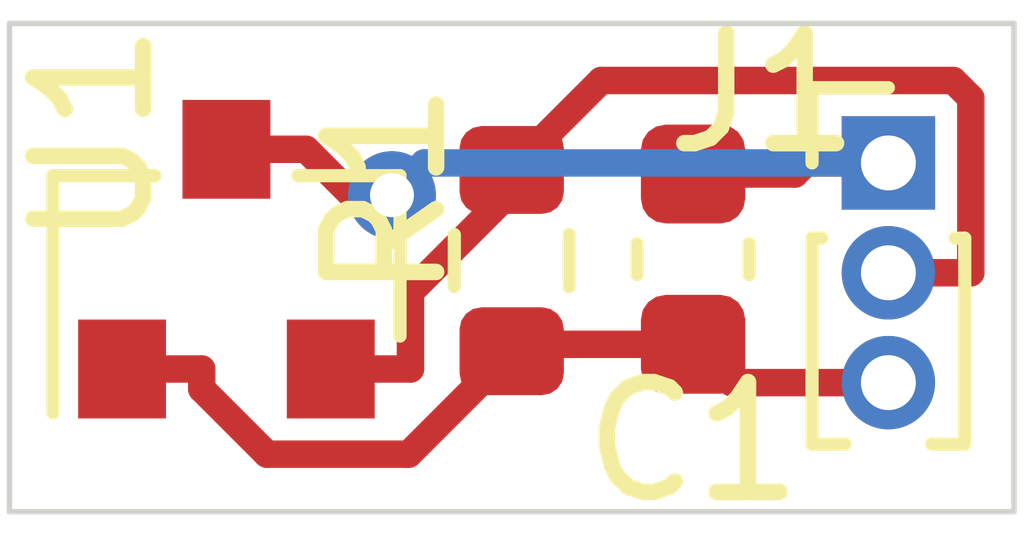
<source format=kicad_pcb>
(kicad_pcb (version 20171130) (host pcbnew 5.1.9-73d0e3b20d~88~ubuntu18.04.1)

  (general
    (thickness 1.6)
    (drawings 4)
    (tracks 27)
    (zones 0)
    (modules 4)
    (nets 4)
  )

  (page A4)
  (layers
    (0 F.Cu signal)
    (31 B.Cu signal)
    (32 B.Adhes user hide)
    (33 F.Adhes user hide)
    (34 B.Paste user hide)
    (35 F.Paste user hide)
    (36 B.SilkS user hide)
    (37 F.SilkS user)
    (38 B.Mask user hide)
    (39 F.Mask user hide)
    (40 Dwgs.User user hide)
    (41 Cmts.User user hide)
    (42 Eco1.User user hide)
    (43 Eco2.User user hide)
    (44 Edge.Cuts user)
    (45 Margin user hide)
    (46 B.CrtYd user hide)
    (47 F.CrtYd user hide)
    (48 B.Fab user)
    (49 F.Fab user hide)
  )

  (setup
    (last_trace_width 0.25)
    (trace_clearance 0.2)
    (zone_clearance 0.508)
    (zone_45_only no)
    (trace_min 0.15)
    (via_size 0.8)
    (via_drill 0.4)
    (via_min_size 0.3)
    (via_min_drill 0.3)
    (uvia_size 0.3)
    (uvia_drill 0.1)
    (uvias_allowed no)
    (uvia_min_size 0.2)
    (uvia_min_drill 0.1)
    (edge_width 0.05)
    (segment_width 0.2)
    (pcb_text_width 0.3)
    (pcb_text_size 1.5 1.5)
    (mod_edge_width 0.12)
    (mod_text_size 1 1)
    (mod_text_width 0.15)
    (pad_size 1.524 1.524)
    (pad_drill 0.762)
    (pad_to_mask_clearance 0)
    (aux_axis_origin 0 0)
    (visible_elements FFFFFF7F)
    (pcbplotparams
      (layerselection 0x010e8_ffffffff)
      (usegerberextensions false)
      (usegerberattributes true)
      (usegerberadvancedattributes true)
      (creategerberjobfile true)
      (excludeedgelayer true)
      (linewidth 0.100000)
      (plotframeref false)
      (viasonmask false)
      (mode 1)
      (useauxorigin false)
      (hpglpennumber 1)
      (hpglpenspeed 20)
      (hpglpendiameter 15.000000)
      (psnegative false)
      (psa4output false)
      (plotreference true)
      (plotvalue false)
      (plotinvisibletext false)
      (padsonsilk false)
      (subtractmaskfromsilk false)
      (outputformat 1)
      (mirror false)
      (drillshape 0)
      (scaleselection 1)
      (outputdirectory ""))
  )

  (net 0 "")
  (net 1 "Net-(C1-Pad2)")
  (net 2 "Net-(C1-Pad1)")
  (net 3 "Net-(J1-Pad2)")

  (net_class Default "This is the default net class."
    (clearance 0.2)
    (trace_width 0.25)
    (via_dia 0.8)
    (via_drill 0.4)
    (uvia_dia 0.3)
    (uvia_drill 0.1)
    (add_net "Net-(C1-Pad1)")
    (add_net "Net-(C1-Pad2)")
    (add_net "Net-(J1-Pad2)")
  )

  (module Connector_PinHeader_1.00mm:PinHeader_1x03_P1.00mm_Vertical (layer F.Cu) (tedit 59FED738) (tstamp 60170AB6)
    (at 145.034 86.995)
    (descr "Through hole straight pin header, 1x03, 1.00mm pitch, single row")
    (tags "Through hole pin header THT 1x03 1.00mm single row")
    (path /60170CE4)
    (fp_text reference J1 (at -1.143 -0.635) (layer F.SilkS)
      (effects (font (size 1 1) (thickness 0.15)))
    )
    (fp_text value Conn_01x03 (at 1.375 3.5) (layer F.Fab)
      (effects (font (size 1 1) (thickness 0.15)))
    )
    (fp_line (start -0.3175 -0.5) (end 0.635 -0.5) (layer F.Fab) (width 0.1))
    (fp_line (start 0.635 -0.5) (end 0.635 2.5) (layer F.Fab) (width 0.1))
    (fp_line (start 0.635 2.5) (end -0.635 2.5) (layer F.Fab) (width 0.1))
    (fp_line (start -0.635 2.5) (end -0.635 -0.1825) (layer F.Fab) (width 0.1))
    (fp_line (start -0.635 -0.1825) (end -0.3175 -0.5) (layer F.Fab) (width 0.1))
    (fp_line (start -0.695 2.56) (end -0.394493 2.56) (layer F.SilkS) (width 0.12))
    (fp_line (start 0.394493 2.56) (end 0.695 2.56) (layer F.SilkS) (width 0.12))
    (fp_line (start -0.695 0.685) (end -0.695 2.56) (layer F.SilkS) (width 0.12))
    (fp_line (start 0.695 0.685) (end 0.695 2.56) (layer F.SilkS) (width 0.12))
    (fp_line (start -0.695 0.685) (end -0.608276 0.685) (layer F.SilkS) (width 0.12))
    (fp_line (start 0.608276 0.685) (end 0.695 0.685) (layer F.SilkS) (width 0.12))
    (fp_line (start -0.695 0) (end -0.695 -0.685) (layer F.SilkS) (width 0.12))
    (fp_line (start -0.695 -0.685) (end 0 -0.685) (layer F.SilkS) (width 0.12))
    (fp_line (start -1.15 -1) (end -1.15 3) (layer F.CrtYd) (width 0.05))
    (fp_line (start -1.15 3) (end 1.15 3) (layer F.CrtYd) (width 0.05))
    (fp_line (start 1.15 3) (end 1.15 -1) (layer F.CrtYd) (width 0.05))
    (fp_line (start 1.15 -1) (end -1.15 -1) (layer F.CrtYd) (width 0.05))
    (fp_text user %R (at 0.75 1 90) (layer F.Fab)
      (effects (font (size 0.6 0.6) (thickness 0.09)))
    )
    (pad 3 thru_hole oval (at 0 2) (size 0.85 0.85) (drill 0.5) (layers *.Cu *.Mask)
      (net 2 "Net-(C1-Pad1)"))
    (pad 2 thru_hole oval (at 0 1) (size 0.85 0.85) (drill 0.5) (layers *.Cu *.Mask)
      (net 3 "Net-(J1-Pad2)"))
    (pad 1 thru_hole rect (at 0 0) (size 0.85 0.85) (drill 0.5) (layers *.Cu *.Mask)
      (net 1 "Net-(C1-Pad2)"))
    (model ${KISYS3DMOD}/Connector_PinHeader_1.00mm.3dshapes/PinHeader_1x03_P1.00mm_Vertical.wrl
      (at (xyz 0 0 0))
      (scale (xyz 1 1 1))
      (rotate (xyz 0 0 0))
    )
  )

  (module Package_TO_SOT_SMD:SOT-23 (layer F.Cu) (tedit 5A02FF57) (tstamp 6016FF5F)
    (at 139.008 87.871 90)
    (descr "SOT-23, Standard")
    (tags SOT-23)
    (path /6016F7E6)
    (attr smd)
    (fp_text reference U1 (at 1.130001 -1.213001 90) (layer F.SilkS)
      (effects (font (size 1 1) (thickness 0.15)))
    )
    (fp_text value A3214ELHLT-T (at 0 2.5 90) (layer F.Fab)
      (effects (font (size 1 1) (thickness 0.15)))
    )
    (fp_line (start -0.7 -0.95) (end -0.7 1.5) (layer F.Fab) (width 0.1))
    (fp_line (start -0.15 -1.52) (end 0.7 -1.52) (layer F.Fab) (width 0.1))
    (fp_line (start -0.7 -0.95) (end -0.15 -1.52) (layer F.Fab) (width 0.1))
    (fp_line (start 0.7 -1.52) (end 0.7 1.52) (layer F.Fab) (width 0.1))
    (fp_line (start -0.7 1.52) (end 0.7 1.52) (layer F.Fab) (width 0.1))
    (fp_line (start 0.76 1.58) (end 0.76 0.65) (layer F.SilkS) (width 0.12))
    (fp_line (start 0.76 -1.58) (end 0.76 -0.65) (layer F.SilkS) (width 0.12))
    (fp_line (start -1.7 -1.75) (end 1.7 -1.75) (layer F.CrtYd) (width 0.05))
    (fp_line (start 1.7 -1.75) (end 1.7 1.75) (layer F.CrtYd) (width 0.05))
    (fp_line (start 1.7 1.75) (end -1.7 1.75) (layer F.CrtYd) (width 0.05))
    (fp_line (start -1.7 1.75) (end -1.7 -1.75) (layer F.CrtYd) (width 0.05))
    (fp_line (start 0.76 -1.58) (end -1.4 -1.58) (layer F.SilkS) (width 0.12))
    (fp_line (start 0.76 1.58) (end -0.7 1.58) (layer F.SilkS) (width 0.12))
    (fp_text user %R (at 0 0) (layer F.Fab)
      (effects (font (size 0.5 0.5) (thickness 0.075)))
    )
    (pad 3 smd rect (at 1 0 90) (size 0.9 0.8) (layers F.Cu F.Paste F.Mask)
      (net 1 "Net-(C1-Pad2)"))
    (pad 2 smd rect (at -1 0.95 90) (size 0.9 0.8) (layers F.Cu F.Paste F.Mask)
      (net 3 "Net-(J1-Pad2)"))
    (pad 1 smd rect (at -1 -0.95 90) (size 0.9 0.8) (layers F.Cu F.Paste F.Mask)
      (net 2 "Net-(C1-Pad1)"))
    (model ${KISYS3DMOD}/Package_TO_SOT_SMD.3dshapes/SOT-23.wrl
      (at (xyz 0 0 0))
      (scale (xyz 1 1 1))
      (rotate (xyz 0 0 0))
    )
  )

  (module Resistor_SMD:R_0603_1608Metric (layer F.Cu) (tedit 5F68FEEE) (tstamp 6016FF4A)
    (at 141.605 87.884 90)
    (descr "Resistor SMD 0603 (1608 Metric), square (rectangular) end terminal, IPC_7351 nominal, (Body size source: IPC-SM-782 page 72, https://www.pcb-3d.com/wordpress/wp-content/uploads/ipc-sm-782a_amendment_1_and_2.pdf), generated with kicad-footprint-generator")
    (tags resistor)
    (path /601700AF)
    (attr smd)
    (fp_text reference R1 (at 0.635 -1.143 90) (layer F.SilkS)
      (effects (font (size 1 1) (thickness 0.15)))
    )
    (fp_text value R (at 0 1.43 90) (layer F.Fab)
      (effects (font (size 1 1) (thickness 0.15)))
    )
    (fp_line (start -0.8 0.4125) (end -0.8 -0.4125) (layer F.Fab) (width 0.1))
    (fp_line (start -0.8 -0.4125) (end 0.8 -0.4125) (layer F.Fab) (width 0.1))
    (fp_line (start 0.8 -0.4125) (end 0.8 0.4125) (layer F.Fab) (width 0.1))
    (fp_line (start 0.8 0.4125) (end -0.8 0.4125) (layer F.Fab) (width 0.1))
    (fp_line (start -0.237258 -0.5225) (end 0.237258 -0.5225) (layer F.SilkS) (width 0.12))
    (fp_line (start -0.237258 0.5225) (end 0.237258 0.5225) (layer F.SilkS) (width 0.12))
    (fp_line (start -1.48 0.73) (end -1.48 -0.73) (layer F.CrtYd) (width 0.05))
    (fp_line (start -1.48 -0.73) (end 1.48 -0.73) (layer F.CrtYd) (width 0.05))
    (fp_line (start 1.48 -0.73) (end 1.48 0.73) (layer F.CrtYd) (width 0.05))
    (fp_line (start 1.48 0.73) (end -1.48 0.73) (layer F.CrtYd) (width 0.05))
    (fp_text user %R (at 0 0 90) (layer F.Fab)
      (effects (font (size 0.4 0.4) (thickness 0.06)))
    )
    (pad 2 smd roundrect (at 0.825 0 90) (size 0.8 0.95) (layers F.Cu F.Paste F.Mask) (roundrect_rratio 0.25)
      (net 3 "Net-(J1-Pad2)"))
    (pad 1 smd roundrect (at -0.825 0 90) (size 0.8 0.95) (layers F.Cu F.Paste F.Mask) (roundrect_rratio 0.25)
      (net 2 "Net-(C1-Pad1)"))
    (model ${KISYS3DMOD}/Resistor_SMD.3dshapes/R_0603_1608Metric.wrl
      (at (xyz 0 0 0))
      (scale (xyz 1 1 1))
      (rotate (xyz 0 0 0))
    )
  )

  (module Capacitor_SMD:C_0603_1608Metric (layer F.Cu) (tedit 5F68FEEE) (tstamp 6016FF2D)
    (at 143.256 87.871 90)
    (descr "Capacitor SMD 0603 (1608 Metric), square (rectangular) end terminal, IPC_7351 nominal, (Body size source: IPC-SM-782 page 76, https://www.pcb-3d.com/wordpress/wp-content/uploads/ipc-sm-782a_amendment_1_and_2.pdf), generated with kicad-footprint-generator")
    (tags capacitor)
    (path /60170669)
    (attr smd)
    (fp_text reference C1 (at -1.664 0) (layer F.SilkS)
      (effects (font (size 1 1) (thickness 0.15)))
    )
    (fp_text value C (at 0 1.43 90) (layer F.Fab)
      (effects (font (size 1 1) (thickness 0.15)))
    )
    (fp_line (start -0.8 0.4) (end -0.8 -0.4) (layer F.Fab) (width 0.1))
    (fp_line (start -0.8 -0.4) (end 0.8 -0.4) (layer F.Fab) (width 0.1))
    (fp_line (start 0.8 -0.4) (end 0.8 0.4) (layer F.Fab) (width 0.1))
    (fp_line (start 0.8 0.4) (end -0.8 0.4) (layer F.Fab) (width 0.1))
    (fp_line (start -0.14058 -0.51) (end 0.14058 -0.51) (layer F.SilkS) (width 0.12))
    (fp_line (start -0.14058 0.51) (end 0.14058 0.51) (layer F.SilkS) (width 0.12))
    (fp_line (start -1.48 0.73) (end -1.48 -0.73) (layer F.CrtYd) (width 0.05))
    (fp_line (start -1.48 -0.73) (end 1.48 -0.73) (layer F.CrtYd) (width 0.05))
    (fp_line (start 1.48 -0.73) (end 1.48 0.73) (layer F.CrtYd) (width 0.05))
    (fp_line (start 1.48 0.73) (end -1.48 0.73) (layer F.CrtYd) (width 0.05))
    (fp_text user %R (at 0 0 90) (layer F.Fab)
      (effects (font (size 0.4 0.4) (thickness 0.06)))
    )
    (pad 2 smd roundrect (at 0.775 0 90) (size 0.9 0.95) (layers F.Cu F.Paste F.Mask) (roundrect_rratio 0.25)
      (net 1 "Net-(C1-Pad2)"))
    (pad 1 smd roundrect (at -0.775 0 90) (size 0.9 0.95) (layers F.Cu F.Paste F.Mask) (roundrect_rratio 0.25)
      (net 2 "Net-(C1-Pad1)"))
    (model ${KISYS3DMOD}/Capacitor_SMD.3dshapes/C_0603_1608Metric.wrl
      (at (xyz 0 0 0))
      (scale (xyz 1 1 1))
      (rotate (xyz 0 0 0))
    )
  )

  (gr_line (start 146.177 85.725) (end 137.033 85.725) (layer Edge.Cuts) (width 0.05) (tstamp 60170D87))
  (gr_line (start 146.177 90.17) (end 146.177 85.725) (layer Edge.Cuts) (width 0.05))
  (gr_line (start 137.033 90.17) (end 146.177 90.17) (layer Edge.Cuts) (width 0.05))
  (gr_line (start 137.033 85.725) (end 137.033 90.17) (layer Edge.Cuts) (width 0.05))

  (segment (start 139.008 86.871) (end 139.7333 86.871) (width 0.25) (layer F.Cu) (net 1))
  (segment (start 140.5148 87.2886) (end 140.1509 87.2886) (width 0.25) (layer F.Cu) (net 1))
  (segment (start 140.1509 87.2886) (end 139.7333 86.871) (width 0.25) (layer F.Cu) (net 1))
  (segment (start 145.034 86.995) (end 140.8084 86.995) (width 0.25) (layer B.Cu) (net 1))
  (segment (start 140.8084 86.995) (end 140.5148 87.2886) (width 0.25) (layer B.Cu) (net 1))
  (segment (start 144.2837 86.995) (end 144.1827 87.096) (width 0.25) (layer F.Cu) (net 1))
  (segment (start 144.1827 87.096) (end 143.256 87.096) (width 0.25) (layer F.Cu) (net 1))
  (segment (start 145.034 86.995) (end 144.2837 86.995) (width 0.25) (layer F.Cu) (net 1))
  (via (at 140.5148 87.2886) (size 0.8) (layers F.Cu B.Cu) (net 1))
  (segment (start 138.058 88.871) (end 138.7833 88.871) (width 0.25) (layer F.Cu) (net 2))
  (segment (start 138.7833 88.871) (end 138.7833 89.0523) (width 0.25) (layer F.Cu) (net 2))
  (segment (start 138.7833 89.0523) (end 139.3774 89.6464) (width 0.25) (layer F.Cu) (net 2))
  (segment (start 139.3774 89.6464) (end 140.6676 89.6464) (width 0.25) (layer F.Cu) (net 2))
  (segment (start 140.6676 89.6464) (end 141.605 88.709) (width 0.25) (layer F.Cu) (net 2))
  (segment (start 143.256 88.646) (end 143.605 88.995) (width 0.25) (layer F.Cu) (net 2))
  (segment (start 143.605 88.995) (end 145.034 88.995) (width 0.25) (layer F.Cu) (net 2))
  (segment (start 143.256 88.646) (end 141.668 88.646) (width 0.25) (layer F.Cu) (net 2))
  (segment (start 141.668 88.646) (end 141.605 88.709) (width 0.25) (layer F.Cu) (net 2))
  (segment (start 141.605 87.059) (end 141.605 87.2475) (width 0.25) (layer F.Cu) (net 3))
  (segment (start 141.605 87.2475) (end 140.6833 88.1692) (width 0.25) (layer F.Cu) (net 3))
  (segment (start 140.6833 88.1692) (end 140.6833 88.871) (width 0.25) (layer F.Cu) (net 3))
  (segment (start 145.7843 87.995) (end 145.7843 86.4039) (width 0.25) (layer F.Cu) (net 3))
  (segment (start 145.7843 86.4039) (end 145.625 86.2446) (width 0.25) (layer F.Cu) (net 3))
  (segment (start 145.625 86.2446) (end 142.4194 86.2446) (width 0.25) (layer F.Cu) (net 3))
  (segment (start 142.4194 86.2446) (end 141.605 87.059) (width 0.25) (layer F.Cu) (net 3))
  (segment (start 139.958 88.871) (end 140.6833 88.871) (width 0.25) (layer F.Cu) (net 3))
  (segment (start 145.034 87.995) (end 145.7843 87.995) (width 0.25) (layer F.Cu) (net 3))

)

</source>
